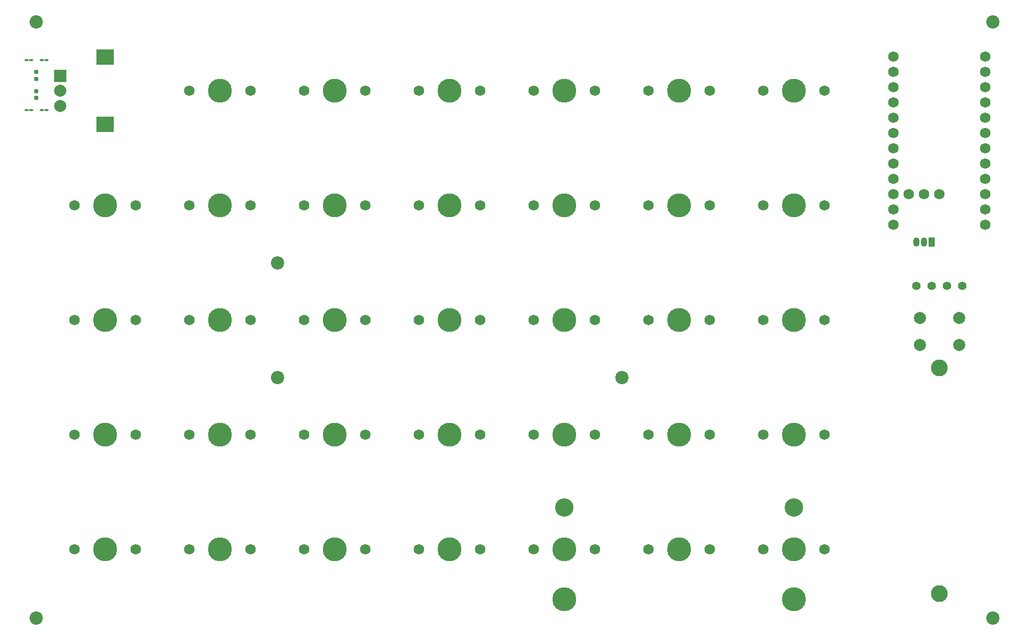
<source format=gts>
G04 #@! TF.GenerationSoftware,KiCad,Pcbnew,(6.0.1)*
G04 #@! TF.CreationDate,2022-04-12T16:56:48+02:00*
G04 #@! TF.ProjectId,Keyboard Left Hand Side,4b657962-6f61-4726-9420-4c6566742048,rev?*
G04 #@! TF.SameCoordinates,Original*
G04 #@! TF.FileFunction,Soldermask,Top*
G04 #@! TF.FilePolarity,Negative*
%FSLAX46Y46*%
G04 Gerber Fmt 4.6, Leading zero omitted, Abs format (unit mm)*
G04 Created by KiCad (PCBNEW (6.0.1)) date 2022-04-12 16:56:48*
%MOMM*%
%LPD*%
G01*
G04 APERTURE LIST*
G04 Aperture macros list*
%AMRoundRect*
0 Rectangle with rounded corners*
0 $1 Rounding radius*
0 $2 $3 $4 $5 $6 $7 $8 $9 X,Y pos of 4 corners*
0 Add a 4 corners polygon primitive as box body*
4,1,4,$2,$3,$4,$5,$6,$7,$8,$9,$2,$3,0*
0 Add four circle primitives for the rounded corners*
1,1,$1+$1,$2,$3*
1,1,$1+$1,$4,$5*
1,1,$1+$1,$6,$7*
1,1,$1+$1,$8,$9*
0 Add four rect primitives between the rounded corners*
20,1,$1+$1,$2,$3,$4,$5,0*
20,1,$1+$1,$4,$5,$6,$7,0*
20,1,$1+$1,$6,$7,$8,$9,0*
20,1,$1+$1,$8,$9,$2,$3,0*%
G04 Aperture macros list end*
%ADD10C,1.750000*%
%ADD11C,3.987800*%
%ADD12RoundRect,0.100000X-0.217500X-0.100000X0.217500X-0.100000X0.217500X0.100000X-0.217500X0.100000X0*%
%ADD13C,2.200000*%
%ADD14C,1.397000*%
%ADD15RoundRect,0.155000X0.155000X-0.212500X0.155000X0.212500X-0.155000X0.212500X-0.155000X-0.212500X0*%
%ADD16C,3.048000*%
%ADD17R,2.000000X2.000000*%
%ADD18C,2.000000*%
%ADD19R,3.000000X2.500000*%
%ADD20RoundRect,0.100000X0.217500X0.100000X-0.217500X0.100000X-0.217500X-0.100000X0.217500X-0.100000X0*%
%ADD21C,1.752600*%
%ADD22R,1.050000X1.500000*%
%ADD23O,1.050000X1.500000*%
%ADD24C,2.800000*%
G04 APERTURE END LIST*
D10*
X84455000Y-51435000D03*
D11*
X89535000Y-51435000D03*
D10*
X94615000Y-51435000D03*
X46355000Y-70485000D03*
D11*
X51435000Y-70485000D03*
D10*
X56515000Y-70485000D03*
D11*
X89535000Y-89535000D03*
D10*
X94615000Y-89535000D03*
X84455000Y-89535000D03*
X103505000Y-51435000D03*
D11*
X108585000Y-51435000D03*
D10*
X113665000Y-51435000D03*
X75565000Y-127635000D03*
D11*
X70485000Y-127635000D03*
D10*
X65405000Y-127635000D03*
D11*
X108585000Y-108585000D03*
D10*
X113665000Y-108585000D03*
X103505000Y-108585000D03*
X132715000Y-70485000D03*
X122555000Y-70485000D03*
D11*
X127635000Y-70485000D03*
D10*
X141605000Y-51435000D03*
X151765000Y-51435000D03*
D11*
X146685000Y-51435000D03*
X51435000Y-108585000D03*
D10*
X46355000Y-108585000D03*
X56515000Y-108585000D03*
X103505000Y-89535000D03*
X113665000Y-89535000D03*
D11*
X108585000Y-89535000D03*
D10*
X46355000Y-127635000D03*
D11*
X51435000Y-127635000D03*
D10*
X56515000Y-127635000D03*
X113665000Y-127635000D03*
X103505000Y-127635000D03*
D11*
X108585000Y-127635000D03*
D12*
X38327500Y-54610000D03*
X39142500Y-54610000D03*
D11*
X165735000Y-89535000D03*
D10*
X170815000Y-89535000D03*
X160655000Y-89535000D03*
D13*
X137160000Y-99060000D03*
X40005000Y-139065000D03*
D11*
X146685000Y-70485000D03*
D10*
X141605000Y-70485000D03*
X151765000Y-70485000D03*
D14*
X193665000Y-83820000D03*
X191125000Y-83820000D03*
X188585000Y-83820000D03*
X186045000Y-83820000D03*
D11*
X70485000Y-108585000D03*
D10*
X75565000Y-108585000D03*
X65405000Y-108585000D03*
D11*
X70485000Y-70485000D03*
D10*
X75565000Y-70485000D03*
X65405000Y-70485000D03*
D11*
X70485000Y-51435000D03*
D10*
X65405000Y-51435000D03*
X75565000Y-51435000D03*
X122555000Y-51435000D03*
D11*
X127635000Y-51435000D03*
D10*
X132715000Y-51435000D03*
D13*
X80010000Y-80010000D03*
D10*
X151765000Y-89535000D03*
X141605000Y-89535000D03*
D11*
X146685000Y-89535000D03*
D10*
X132715000Y-89535000D03*
D11*
X127635000Y-89535000D03*
D10*
X122555000Y-89535000D03*
X170815000Y-51435000D03*
X160655000Y-51435000D03*
D11*
X165735000Y-51435000D03*
D10*
X132715000Y-108585000D03*
X122555000Y-108585000D03*
D11*
X127635000Y-108585000D03*
X70485000Y-89535000D03*
D10*
X75565000Y-89535000D03*
X65405000Y-89535000D03*
D11*
X108585000Y-70485000D03*
D10*
X103505000Y-70485000D03*
X113665000Y-70485000D03*
D13*
X198755000Y-139065000D03*
X40005000Y-40005000D03*
D10*
X151765000Y-108585000D03*
X141605000Y-108585000D03*
D11*
X146685000Y-108585000D03*
D15*
X40005000Y-49462500D03*
X40005000Y-48327500D03*
X40005000Y-52637500D03*
X40005000Y-51502500D03*
D10*
X141609400Y-127627200D03*
D11*
X127639400Y-135882200D03*
D10*
X151769400Y-127627200D03*
D11*
X165739400Y-135882200D03*
D16*
X127639400Y-120642200D03*
D11*
X146689400Y-127627200D03*
D16*
X165739400Y-120642200D03*
D12*
X38327500Y-46355000D03*
X39142500Y-46355000D03*
D11*
X89535000Y-70485000D03*
D10*
X84455000Y-70485000D03*
X94615000Y-70485000D03*
D17*
X43919800Y-48935000D03*
D18*
X43919800Y-53935000D03*
X43919800Y-51435000D03*
D19*
X51419800Y-45835000D03*
X51419800Y-57035000D03*
D13*
X198755000Y-40005000D03*
D20*
X41682500Y-46355000D03*
X40867500Y-46355000D03*
D11*
X89535000Y-127635000D03*
D10*
X94615000Y-127635000D03*
X84455000Y-127635000D03*
D11*
X165735000Y-127635000D03*
D10*
X160655000Y-127635000D03*
X170815000Y-127635000D03*
D20*
X41682500Y-54610000D03*
X40867500Y-54610000D03*
D18*
X186615000Y-89190000D03*
X193115000Y-89190000D03*
X186615000Y-93690000D03*
X193115000Y-93690000D03*
D11*
X127635000Y-127635000D03*
D10*
X132715000Y-127635000D03*
X122555000Y-127635000D03*
X160655000Y-70485000D03*
X170815000Y-70485000D03*
D11*
X165735000Y-70485000D03*
D13*
X80010000Y-99060000D03*
D21*
X182245000Y-45720000D03*
X182245000Y-48260000D03*
X182245000Y-50800000D03*
X182245000Y-53340000D03*
X182245000Y-55880000D03*
X182245000Y-58420000D03*
X182245000Y-60960000D03*
X182245000Y-63500000D03*
X182245000Y-66040000D03*
X182245000Y-68580000D03*
X182245000Y-71120000D03*
X182245000Y-73660000D03*
X197485000Y-73660000D03*
X197485000Y-71120000D03*
X197485000Y-68580000D03*
X197485000Y-66040000D03*
X197485000Y-63500000D03*
X197485000Y-60960000D03*
X197485000Y-58420000D03*
X197485000Y-55880000D03*
X197485000Y-53340000D03*
X197485000Y-50800000D03*
X197485000Y-48260000D03*
X197485000Y-45720000D03*
X184785000Y-68580000D03*
X187325000Y-68580000D03*
X189865000Y-68580000D03*
D10*
X46355000Y-89535000D03*
X56515000Y-89535000D03*
D11*
X51435000Y-89535000D03*
X89535000Y-108585000D03*
D10*
X84455000Y-108585000D03*
X94615000Y-108585000D03*
X160655000Y-108585000D03*
X170815000Y-108585000D03*
D11*
X165735000Y-108585000D03*
D22*
X188595000Y-76560000D03*
D23*
X187325000Y-76560000D03*
X186055000Y-76560000D03*
D24*
X189865000Y-134955000D03*
X189865000Y-97455000D03*
M02*

</source>
